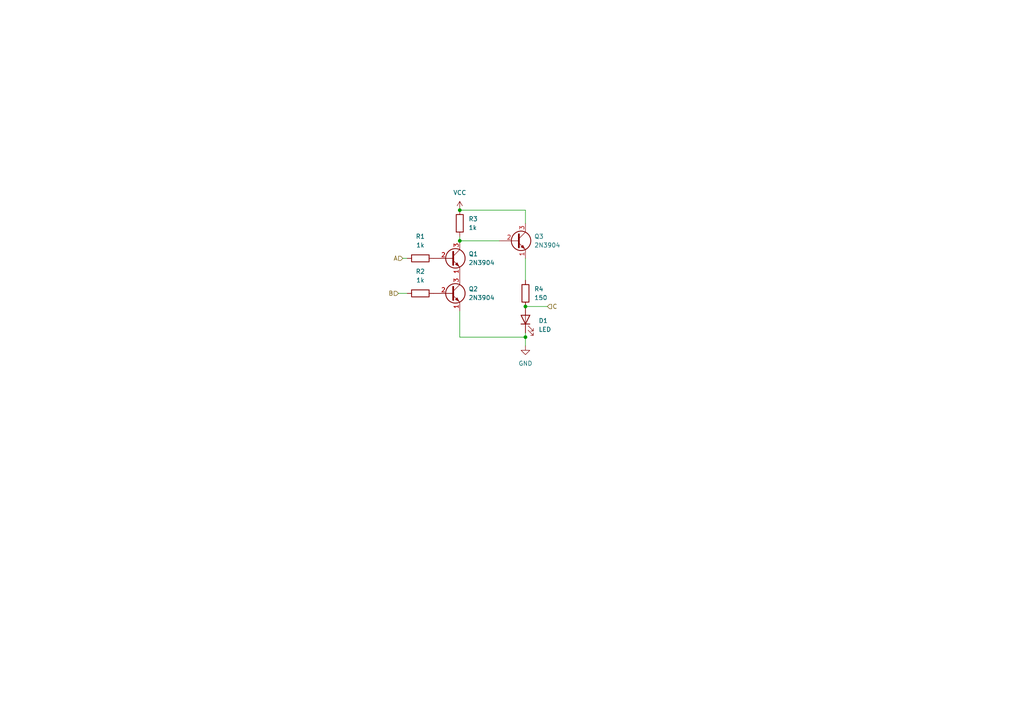
<source format=kicad_sch>
(kicad_sch (version 20230121) (generator eeschema)
  (paper "A4")
  (lib_symbols
    (symbol "Device:LED" (pin_numbers hide) (pin_names (offset 1.016) hide)
      (property "Reference" "D" (at 0 2.54 0))
      (property "Value" "LED" (at 0 -2.54 0))
      (symbol "LED_0_1"
        (polyline (pts (xy -1.27 -1.27) (xy -1.27 1.27)) (stroke (width 0.254)))
        (polyline (pts (xy -1.27 0) (xy 1.27 0)))
        (polyline (pts (xy 1.27 -1.27) (xy 1.27 1.27) (xy -1.27 0) (xy 1.27 -1.27)) (stroke (width 0.254)))
        (polyline (pts (xy -3.048 -0.762) (xy -4.572 -2.286) (xy -3.81 -2.286) (xy -4.572 -2.286) (xy -4.572 -1.524)))
        (polyline (pts (xy -1.778 -0.762) (xy -3.302 -2.286) (xy -2.54 -2.286) (xy -3.302 -2.286) (xy -3.302 -1.524)))
      )
      (symbol "LED_1_1"
        (pin passive line (at -3.81 0 0) (length 2.54) (name "K") (number "1"))
        (pin passive line (at 3.81 0 180) (length 2.54) (name "A") (number "2"))
      )
    )
    (symbol "Device:R" (pin_numbers hide) (pin_names (offset 0))
      (property "Reference" "R" (at 2.032 0 90))
      (property "Value" "R" (at 0 0 90))
      (symbol "R_0_1"
        (rectangle (start -1.016 -2.54) (end 1.016 2.54) (stroke (width 0.254)))
      )
      (symbol "R_1_1"
        (pin passive line (at 0 3.81 270) (length 1.27) (name "~") (number "1"))
        (pin passive line (at 0 -3.81 90) (length 1.27) (name "~") (number "2"))
      )
    )
    (symbol "Transistor_BJT:2N3904" (pin_names (offset 0) hide)
      (property "Reference" "Q" (at 5.08 1.905 0))
      (property "Value" "2N3904" (at 5.08 0 0))
      (symbol "2N3904_0_1"
        (polyline (pts (xy 0.635 0.635) (xy 2.54 2.54)))
        (polyline (pts (xy 0.635 -0.635) (xy 2.54 -2.54) (xy 2.54 -2.54)))
        (polyline (pts (xy 0.635 1.905) (xy 0.635 -1.905) (xy 0.635 -1.905)) (stroke (width 0.508)))
        (polyline (pts (xy 1.27 -1.778) (xy 1.778 -1.27) (xy 2.286 -2.286) (xy 1.27 -1.778) (xy 1.27 -1.778)) (fill (type outline)))
        (circle (center 1.27 0) (radius 2.8194) (stroke (width 0.254)))
      )
      (symbol "2N3904_1_1"
        (pin passive line (at 2.54 -5.08 90) (length 2.54) (name "E") (number "1"))
        (pin passive line (at -5.08 0 0) (length 5.715) (name "B") (number "2"))
        (pin passive line (at 2.54 5.08 270) (length 2.54) (name "C") (number "3"))
      )
    )
    (symbol "power:GND" (power) (pin_names (offset 0))
      (property "Value" "GND" (at 0 -3.81 0))
      (symbol "GND_0_1"
        (polyline (pts (xy 0 0) (xy 0 -1.27) (xy 1.27 -1.27) (xy 0 -2.54) (xy -1.27 -1.27) (xy 0 -1.27)))
      )
      (symbol "GND_1_1"
        (pin power_in line (at 0 0 270) (length 0) hide (name "GND") (number "1"))
      )
    )
    (symbol "power:VCC" (power) (pin_names (offset 0))
      (property "Value" "VCC" (at 0 3.81 0))
      (symbol "VCC_0_1"
        (polyline (pts (xy -0.762 1.27) (xy 0 2.54)))
        (polyline (pts (xy 0 0) (xy 0 2.54)))
        (polyline (pts (xy 0 2.54) (xy 0.762 1.27)))
      )
      (symbol "VCC_1_1"
        (pin power_in line (at 0 0 90) (length 0) hide (name "VCC") (number "1"))
      )
    )
  )
  (junction (at 133.35 69.85))
  (junction (at 152.4 97.79))
  (junction (at 152.4 88.9))
  (junction (at 133.35 60.96))
  (wire (pts (xy 152.4 97.79) (xy 133.35 97.79)))
  (wire (pts (xy 133.35 69.85) (xy 144.78 69.85)))
  (wire (pts (xy 133.35 68.58) (xy 133.35 69.85)))
  (wire (pts (xy 152.4 81.28) (xy 152.4 74.93)))
  (wire (pts (xy 116.84 74.93) (xy 118.11 74.93)))
  (wire (pts (xy 152.4 60.96) (xy 152.4 64.77)))
  (wire (pts (xy 133.35 60.96) (xy 152.4 60.96)))
  (wire (pts (xy 152.4 96.52) (xy 152.4 97.79)))
  (wire (pts (xy 158.75 88.9) (xy 152.4 88.9)))
  (wire (pts (xy 115.57 85.09) (xy 118.11 85.09)))
  (wire (pts (xy 133.35 97.79) (xy 133.35 90.17)))
  (wire (pts (xy 152.4 100.33) (xy 152.4 97.79)))
  (hierarchical_label "B" (shape input) (at 115.57 85.09 180))
  (hierarchical_label "A" (shape input) (at 116.84 74.93 180))
  (hierarchical_label "C" (shape input) (at 158.75 88.9 0))
  (symbol (lib_id "Device:LED") (at 152.4 92.71 90) (unit 1)
    (property "Reference" "D1" (at 156.21 93.0275 90) (effects (justify right)))
    (property "Value" "LED" (at 156.21 95.5675 90) (effects (justify right)))
    (property "Footprint" "LED_THT:LED_D5.0mm" (effects hide))
    (instances (project "nand_gate" (path "" (reference "D1") (unit 1)) (path "" (reference "D2") (unit 1))))
  )
  (symbol (lib_id "Transistor_BJT:2N3904") (at 130.81 74.93 0) (unit 1)
    (property "Reference" "Q1" (at 135.89 73.66 0) (effects (justify left)))
    (property "Value" "2N3904" (at 135.89 76.2 0) (effects (justify left)))
    (property "Footprint" "Package_TO_SOT_THT:TO-92_Inline" (effects hide))
    (property "Datasheet" "https://www.onsemi.com/pub/Collateral/2N3903-D.PDF" (effects hide))
    (instances (project "nand_gate" (path "" (reference "Q1") (unit 1)) (path "" (reference "Q4") (unit 1))))
  )
  (symbol (lib_id "Transistor_BJT:2N3904") (at 130.81 85.09 0) (unit 1)
    (property "Reference" "Q2" (at 135.89 83.82 0) (effects (justify left)))
    (property "Value" "2N3904" (at 135.89 86.36 0) (effects (justify left)))
    (property "Footprint" "Package_TO_SOT_THT:TO-92_Inline" (effects hide))
    (property "Datasheet" "https://www.onsemi.com/pub/Collateral/2N3903-D.PDF" (effects hide))
    (instances (project "nand_gate" (path "" (reference "Q2") (unit 1)) (path "" (reference "Q5") (unit 1))))
  )
  (symbol (lib_id "Device:R") (at 121.92 85.09 90) (unit 1)
    (property "Reference" "R2" (at 121.92 78.74 90))
    (property "Value" "1k" (at 121.92 81.28 90))
    (property "Footprint" "Resistor_THT:R_Axial_DIN0207_L6.3mm_D2.5mm_P7.62mm_Horizontal" (effects hide))
    (instances (project "nand_gate" (path "" (reference "R2") (unit 1)) (path "" (reference "R6") (unit 1))))
  )
  (symbol (lib_id "Device:R") (at 152.4 85.09 0) (unit 1)
    (property "Reference" "R4" (at 154.94 83.82 0) (effects (justify left)))
    (property "Value" "150" (at 154.94 86.36 0) (effects (justify left)))
    (property "Footprint" "Resistor_THT:R_Axial_DIN0207_L6.3mm_D2.5mm_P7.62mm_Horizontal" (effects hide))
    (instances (project "nand_gate" (path "" (reference "R4") (unit 1)) (path "" (reference "R8") (unit 1))))
  )
  (symbol (lib_id "Device:R") (at 133.35 64.77 180) (unit 1)
    (property "Reference" "R3" (at 135.89 63.5 0) (effects (justify right)))
    (property "Value" "1k" (at 135.89 66.04 0) (effects (justify right)))
    (property "Footprint" "Resistor_THT:R_Axial_DIN0207_L6.3mm_D2.5mm_P7.62mm_Horizontal" (effects hide))
    (instances (project "nand_gate" (path "" (reference "R3") (unit 1)) (path "" (reference "R7") (unit 1))))
  )
  (symbol (lib_id "Device:R") (at 121.92 74.93 90) (unit 1)
    (property "Reference" "R1" (at 121.92 68.58 90))
    (property "Value" "1k" (at 121.92 71.12 90))
    (property "Footprint" "Resistor_THT:R_Axial_DIN0207_L6.3mm_D2.5mm_P7.62mm_Horizontal" (effects hide))
    (instances (project "nand_gate" (path "" (reference "R1") (unit 1)) (path "" (reference "R5") (unit 1))))
  )
  (symbol (lib_id "power:VCC") (at 133.35 60.96 0) (unit 1)
    (property "Reference" "#PWR02" (effects hide))
    (property "Value" "VCC" (at 133.35 55.88 0))
    (instances (project "nand_gate" (path "" (reference "#PWR02") (unit 1)) (path "" (reference "#PWR03") (unit 1))))
  )
  (symbol (lib_id "power:GND") (at 152.4 100.33 0) (unit 1)
    (property "Reference" "#PWR01" (effects hide))
    (property "Value" "GND" (at 152.4 105.41 0))
    (instances (project "nand_gate" (path "" (reference "#PWR01") (unit 1)) (path "" (reference "#PWR04") (unit 1))))
  )
  (symbol (lib_id "Transistor_BJT:2N3904") (at 149.86 69.85 0) (unit 1)
    (property "Reference" "Q3" (at 154.94 68.58 0) (effects (justify left)))
    (property "Value" "2N3904" (at 154.94 71.12 0) (effects (justify left)))
    (property "Footprint" "Package_TO_SOT_THT:TO-92_Inline" (effects hide))
    (property "Datasheet" "https://www.onsemi.com/pub/Collateral/2N3903-D.PDF" (effects hide))
    (instances (project "nand_gate" (path "" (reference "Q3") (unit 1)) (path "" (reference "Q6") (unit 1))))
  )
)
</source>
